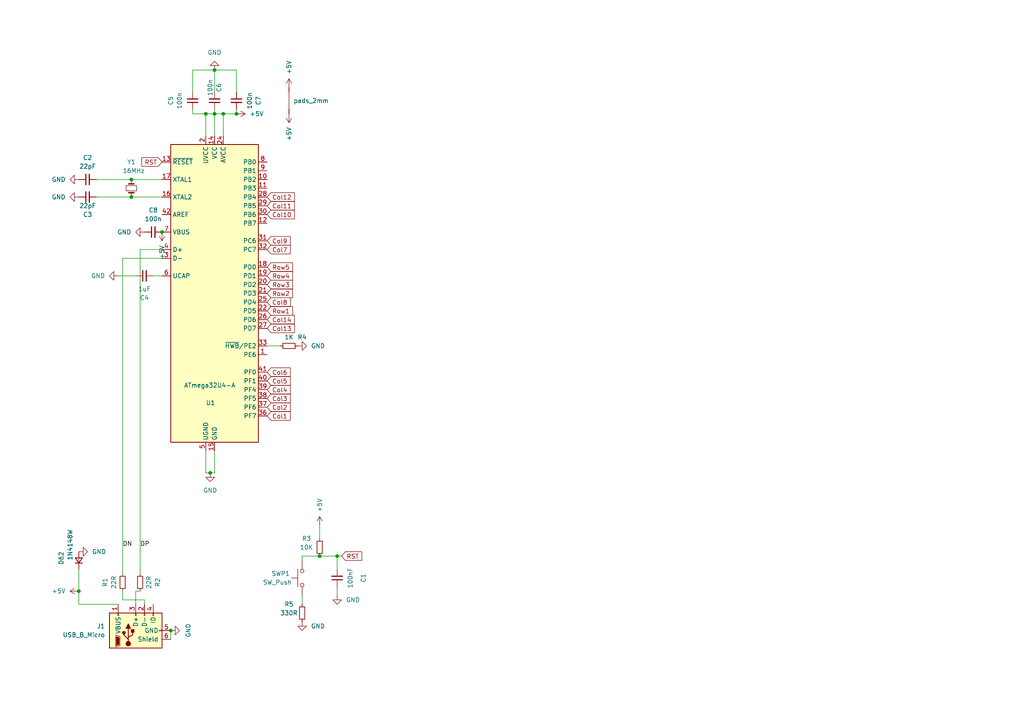
<source format=kicad_sch>
(kicad_sch (version 20211123) (generator eeschema)
  (paper "A4")
  (junction (at 467.36 91.44))
  (junction (at 538.48 55.88))
  (junction (at 97.79 161.29))
  (junction (at 410.21 45.72))
  (junction (at 586.74 91.44))
  (junction (at 481.33 81.28))
  (junction (at 612.14 91.44))
  (junction (at 361.95 81.28))
  (junction (at 506.73 116.84))
  (junction (at 603.25 81.28))
  (junction (at 22.86 171.45))
  (junction (at 38.1 52.07))
  (junction (at 433.07 81.28))
  (junction (at 467.36 127))
  (junction (at 538.48 91.44))
  (junction (at 586.74 162.56))
  (junction (at 384.81 81.28))
  (junction (at 626.11 45.72))
  (junction (at 370.84 20.32))
  (junction (at 577.85 81.28))
  (junction (at 490.22 20.32))
  (junction (at 433.07 116.84))
  (junction (at 419.1 162.56))
  (junction (at 490.22 162.56))
  (junction (at 490.22 91.44))
  (junction (at 384.81 152.4))
  (junction (at 660.4 20.32))
  (junction (at 612.14 162.56))
  (junction (at 490.22 127))
  (junction (at 410.21 152.4))
  (junction (at 612.14 127))
  (junction (at 481.33 116.84))
  (junction (at 419.1 91.44))
  (junction (at 529.59 81.28))
  (junction (at 384.81 45.72))
  (junction (at 393.7 162.56))
  (junction (at 370.84 127))
  (junction (at 490.22 55.88))
  (junction (at 603.25 116.84))
  (junction (at 506.73 81.28))
  (junction (at 586.74 127))
  (junction (at 651.51 45.72))
  (junction (at 68.58 33.02))
  (junction (at 64.77 33.02))
  (junction (at 393.7 55.88))
  (junction (at 384.81 116.84))
  (junction (at 506.73 45.72))
  (junction (at 49.53 182.88))
  (junction (at 458.47 116.84))
  (junction (at 441.96 127))
  (junction (at 441.96 20.32))
  (junction (at 612.14 20.32))
  (junction (at 467.36 20.32))
  (junction (at 393.7 127))
  (junction (at 563.88 55.88))
  (junction (at 586.74 20.32))
  (junction (at 361.95 45.72))
  (junction (at 626.11 81.28))
  (junction (at 635 91.44))
  (junction (at 577.85 45.72))
  (junction (at 529.59 116.84))
  (junction (at 361.95 116.84))
  (junction (at 554.99 116.84))
  (junction (at 538.48 20.32))
  (junction (at 554.99 45.72))
  (junction (at 433.07 45.72))
  (junction (at 59.69 33.02))
  (junction (at 529.59 45.72))
  (junction (at 410.21 116.84))
  (junction (at 651.51 81.28))
  (junction (at 410.21 81.28))
  (junction (at 60.96 137.16))
  (junction (at 62.23 20.32))
  (junction (at 515.62 91.44))
  (junction (at 441.96 91.44))
  (junction (at 635 20.32))
  (junction (at 419.1 20.32))
  (junction (at 626.11 152.4))
  (junction (at 626.11 116.84))
  (junction (at 515.62 55.88))
  (junction (at 563.88 127))
  (junction (at 361.95 152.4))
  (junction (at 92.71 161.29))
  (junction (at 467.36 55.88))
  (junction (at 538.48 127))
  (junction (at 38.1 57.15))
  (junction (at 458.47 81.28))
  (junction (at 481.33 152.4))
  (junction (at 62.23 33.02))
  (junction (at 370.84 55.88))
  (junction (at 563.88 20.32))
  (junction (at 563.88 162.56))
  (junction (at 370.84 91.44))
  (junction (at 393.7 20.32))
  (junction (at 586.74 55.88))
  (junction (at 674.37 45.72))
  (junction (at 46.99 67.31))
  (junction (at 603.25 152.4))
  (junction (at 370.84 162.56))
  (junction (at 660.4 55.88))
  (junction (at 515.62 20.32))
  (junction (at 563.88 91.44))
  (junction (at 577.85 116.84))
  (junction (at 577.85 152.4))
  (junction (at 481.33 45.72))
  (junction (at 612.14 55.88))
  (junction (at 554.99 152.4))
  (junction (at 419.1 127))
  (junction (at 458.47 45.72))
  (junction (at 441.96 55.88))
  (junction (at 515.62 127))
  (junction (at 393.7 91.44))
  (junction (at 554.99 81.28))
  (junction (at 603.25 45.72))
  (junction (at 635 55.88))
  (junction (at 419.1 55.88))
  (wire (pts (xy 586.74 162.56) (xy 586.74 173.99)))
  (wire (pts (xy 87.63 172.72) (xy 87.63 175.26)))
  (wire (pts (xy 515.62 91.44) (xy 515.62 102.87)))
  (wire (pts (xy 62.23 20.32) (xy 62.23 26.67)))
  (wire (pts (xy 419.1 55.88) (xy 441.96 55.88)))
  (wire (pts (xy 563.88 55.88) (xy 563.88 67.31)))
  (wire (pts (xy 674.37 12.7) (xy 674.37 45.72)))
  (wire (pts (xy 68.58 33.02) (xy 68.58 31.75)))
  (wire (pts (xy 41.91 173.99) (xy 35.56 173.99)))
  (wire (pts (xy 62.23 33.02) (xy 62.23 39.37)))
  (wire (pts (xy 458.47 116.84) (xy 458.47 152.4)))
  (wire (pts (xy 441.96 20.32) (xy 467.36 20.32)))
  (wire (pts (xy 22.86 175.26) (xy 22.86 171.45)))
  (wire (pts (xy 554.99 12.7) (xy 554.99 45.72)))
  (wire (pts (xy 603.25 12.7) (xy 603.25 45.72)))
  (wire (pts (xy 586.74 91.44) (xy 612.14 91.44)))
  (wire (pts (xy 441.96 127) (xy 467.36 127)))
  (wire (pts (xy 586.74 127) (xy 612.14 127)))
  (wire (pts (xy 490.22 102.87) (xy 490.22 91.44)))
  (wire (pts (xy 419.1 20.32) (xy 419.1 31.75)))
  (wire (pts (xy 577.85 116.84) (xy 577.85 152.4)))
  (wire (pts (xy 538.48 138.43) (xy 538.48 127)))
  (wire (pts (xy 490.22 162.56) (xy 563.88 162.56)))
  (wire (pts (xy 370.84 20.32) (xy 370.84 31.75)))
  (wire (pts (xy 370.84 162.56) (xy 370.84 173.99)))
  (wire (pts (xy 603.25 45.72) (xy 603.25 81.28)))
  (wire (pts (xy 683.26 67.31) (xy 683.26 55.88)))
  (wire (pts (xy 481.33 81.28) (xy 481.33 116.84)))
  (wire (pts (xy 345.44 127) (xy 370.84 127)))
  (wire (pts (xy 393.7 102.87) (xy 393.7 91.44)))
  (wire (pts (xy 370.84 55.88) (xy 393.7 55.88)))
  (wire (pts (xy 563.88 127) (xy 586.74 127)))
  (wire (pts (xy 361.95 81.28) (xy 361.95 116.84)))
  (wire (pts (xy 77.47 100.33) (xy 81.28 100.33)))
  (wire (pts (xy 345.44 20.32) (xy 370.84 20.32)))
  (wire (pts (xy 22.86 165.1) (xy 22.86 171.45)))
  (wire (pts (xy 603.25 116.84) (xy 603.25 152.4)))
  (wire (pts (xy 370.84 127) (xy 370.84 138.43)))
  (wire (pts (xy 419.1 162.56) (xy 490.22 162.56)))
  (wire (pts (xy 612.14 55.88) (xy 612.14 67.31)))
  (wire (pts (xy 554.99 81.28) (xy 554.99 116.84)))
  (wire (pts (xy 612.14 127) (xy 635 127)))
  (wire (pts (xy 651.51 12.7) (xy 651.51 45.72)))
  (wire (pts (xy 441.96 138.43) (xy 441.96 127)))
  (wire (pts (xy 419.1 162.56) (xy 419.1 173.99)))
  (wire (pts (xy 612.14 20.32) (xy 612.14 31.75)))
  (wire (pts (xy 563.88 91.44) (xy 586.74 91.44)))
  (wire (pts (xy 538.48 31.75) (xy 538.48 20.32)))
  (wire (pts (xy 660.4 20.32) (xy 660.4 31.75)))
  (wire (pts (xy 603.25 81.28) (xy 603.25 116.84)))
  (wire (pts (xy 586.74 31.75) (xy 586.74 20.32)))
  (wire (pts (xy 40.64 72.39) (xy 40.64 166.37)))
  (wire (pts (xy 410.21 152.4) (xy 410.21 187.96)))
  (wire (pts (xy 370.84 91.44) (xy 393.7 91.44)))
  (wire (pts (xy 39.37 175.26) (xy 39.37 171.45)))
  (wire (pts (xy 68.58 26.67) (xy 68.58 20.32)))
  (wire (pts (xy 87.63 162.56) (xy 87.63 161.29)))
  (wire (pts (xy 384.81 81.28) (xy 384.81 116.84)))
  (wire (pts (xy 35.56 74.93) (xy 46.99 74.93)))
  (wire (pts (xy 393.7 162.56) (xy 419.1 162.56)))
  (wire (pts (xy 419.1 55.88) (xy 419.1 67.31)))
  (wire (pts (xy 660.4 91.44) (xy 660.4 102.87)))
  (wire (pts (xy 92.71 161.29) (xy 97.79 161.29)))
  (wire (pts (xy 626.11 152.4) (xy 626.11 187.96)))
  (wire (pts (xy 35.56 173.99) (xy 35.56 171.45)))
  (wire (pts (xy 59.69 33.02) (xy 55.88 33.02)))
  (wire (pts (xy 410.21 45.72) (xy 410.21 81.28)))
  (wire (pts (xy 481.33 45.72) (xy 481.33 81.28)))
  (wire (pts (xy 370.84 91.44) (xy 370.84 102.87)))
  (wire (pts (xy 674.37 45.72) (xy 674.37 81.28)))
  (wire (pts (xy 586.74 20.32) (xy 612.14 20.32)))
  (wire (pts (xy 635 102.87) (xy 635 91.44)))
  (wire (pts (xy 361.95 45.72) (xy 361.95 81.28)))
  (wire (pts (xy 55.88 33.02) (xy 55.88 31.75)))
  (wire (pts (xy 538.48 91.44) (xy 563.88 91.44)))
  (wire (pts (xy 419.1 91.44) (xy 419.1 102.87)))
  (wire (pts (xy 92.71 152.4) (xy 92.71 156.21)))
  (wire (pts (xy 467.36 91.44) (xy 467.36 102.87)))
  (wire (pts (xy 563.88 20.32) (xy 563.88 31.75)))
  (wire (pts (xy 44.45 80.01) (xy 46.99 80.01)))
  (wire (pts (xy 635 138.43) (xy 635 127)))
  (wire (pts (xy 370.84 162.56) (xy 393.7 162.56)))
  (wire (pts (xy 41.91 175.26) (xy 41.91 173.99)))
  (wire (pts (xy 441.96 91.44) (xy 467.36 91.44)))
  (wire (pts (xy 563.88 162.56) (xy 563.88 173.99)))
  (wire (pts (xy 660.4 20.32) (xy 683.26 20.32)))
  (wire (pts (xy 62.23 137.16) (xy 60.96 137.16)))
  (wire (pts (xy 563.88 20.32) (xy 586.74 20.32)))
  (wire (pts (xy 683.26 31.75) (xy 683.26 20.32)))
  (wire (pts (xy 612.14 55.88) (xy 635 55.88)))
  (wire (pts (xy 410.21 12.7) (xy 410.21 45.72)))
  (wire (pts (xy 410.21 81.28) (xy 410.21 116.84)))
  (wire (pts (xy 586.74 67.31) (xy 586.74 55.88)))
  (wire (pts (xy 467.36 55.88) (xy 467.36 67.31)))
  (wire (pts (xy 490.22 67.31) (xy 490.22 55.88)))
  (wire (pts (xy 506.73 12.7) (xy 506.73 45.72)))
  (wire (pts (xy 345.44 55.88) (xy 370.84 55.88)))
  (wire (pts (xy 97.79 161.29) (xy 99.06 161.29)))
  (wire (pts (xy 626.11 116.84) (xy 626.11 152.4)))
  (wire (pts (xy 384.81 152.4) (xy 384.81 187.96)))
  (wire (pts (xy 481.33 12.7) (xy 481.33 45.72)))
  (wire (pts (xy 55.88 20.32) (xy 62.23 20.32)))
  (wire (pts (xy 467.36 55.88) (xy 490.22 55.88)))
  (wire (pts (xy 384.81 12.7) (xy 384.81 45.72)))
  (wire (pts (xy 660.4 55.88) (xy 683.26 55.88)))
  (wire (pts (xy 490.22 127) (xy 515.62 127)))
  (wire (pts (xy 467.36 127) (xy 467.36 138.43)))
  (wire (pts (xy 384.81 45.72) (xy 384.81 81.28)))
  (wire (pts (xy 538.48 67.31) (xy 538.48 55.88)))
  (wire (pts (xy 345.44 162.56) (xy 370.84 162.56)))
  (wire (pts (xy 467.36 91.44) (xy 490.22 91.44)))
  (wire (pts (xy 515.62 55.88) (xy 515.62 67.31)))
  (wire (pts (xy 586.74 162.56) (xy 612.14 162.56)))
  (wire (pts (xy 59.69 39.37) (xy 59.69 33.02)))
  (wire (pts (xy 538.48 20.32) (xy 563.88 20.32)))
  (wire (pts (xy 651.51 81.28) (xy 651.51 116.84)))
  (wire (pts (xy 62.23 31.75) (xy 62.23 33.02)))
  (wire (pts (xy 577.85 45.72) (xy 577.85 81.28)))
  (wire (pts (xy 635 67.31) (xy 635 55.88)))
  (wire (pts (xy 361.95 152.4) (xy 361.95 187.96)))
  (wire (pts (xy 97.79 161.29) (xy 97.79 165.1)))
  (wire (pts (xy 59.69 137.16) (xy 60.96 137.16)))
  (wire (pts (xy 586.74 55.88) (xy 612.14 55.88)))
  (wire (pts (xy 506.73 81.28) (xy 506.73 116.84)))
  (wire (pts (xy 62.23 33.02) (xy 64.77 33.02)))
  (wire (pts (xy 458.47 81.28) (xy 458.47 116.84)))
  (wire (pts (xy 49.53 182.88) (xy 49.53 185.42)))
  (wire (pts (xy 481.33 152.4) (xy 481.33 187.96)))
  (wire (pts (xy 62.23 130.81) (xy 62.23 137.16)))
  (wire (pts (xy 612.14 162.56) (xy 612.14 173.99)))
  (wire (pts (xy 635 91.44) (xy 660.4 91.44)))
  (wire (pts (xy 393.7 55.88) (xy 419.1 55.88)))
  (wire (pts (xy 490.22 91.44) (xy 515.62 91.44)))
  (wire (pts (xy 490.22 55.88) (xy 515.62 55.88)))
  (wire (pts (xy 563.88 162.56) (xy 586.74 162.56)))
  (wire (pts (xy 490.22 31.75) (xy 490.22 20.32)))
  (wire (pts (xy 586.74 102.87) (xy 586.74 91.44)))
  (wire (pts (xy 64.77 33.02) (xy 68.58 33.02)))
  (wire (pts (xy 370.84 127) (xy 393.7 127)))
  (wire (pts (xy 467.36 20.32) (xy 490.22 20.32)))
  (wire (pts (xy 458.47 12.7) (xy 458.47 45.72)))
  (wire (pts (xy 490.22 162.56) (xy 490.22 173.99)))
  (wire (pts (xy 27.94 57.15) (xy 38.1 57.15)))
  (wire (pts (xy 515.62 127) (xy 515.62 138.43)))
  (wire (pts (xy 612.14 91.44) (xy 612.14 102.87)))
  (wire (pts (xy 529.59 12.7) (xy 529.59 45.72)))
  (wire (pts (xy 59.69 33.02) (xy 62.23 33.02)))
  (wire (pts (xy 635 20.32) (xy 660.4 20.32)))
  (wire (pts (xy 393.7 31.75) (xy 393.7 20.32)))
  (wire (pts (xy 554.99 116.84) (xy 554.99 152.4)))
  (wire (pts (xy 635 31.75) (xy 635 20.32)))
  (wire (pts (xy 626.11 45.72) (xy 626.11 81.28)))
  (wire (pts (xy 419.1 20.32) (xy 441.96 20.32)))
  (wire (pts (xy 612.14 91.44) (xy 635 91.44)))
  (wire (pts (xy 490.22 138.43) (xy 490.22 127)))
  (wire (pts (xy 563.88 55.88) (xy 586.74 55.88)))
  (wire (pts (xy 577.85 81.28) (xy 577.85 116.84)))
  (wire (pts (xy 59.69 130.81) (xy 59.69 137.16)))
  (wire (pts (xy 393.7 91.44) (xy 419.1 91.44)))
  (wire (pts (xy 393.7 20.32) (xy 419.1 20.32)))
  (wire (pts (xy 441.96 31.75) (xy 441.96 20.32)))
  (wire (pts (xy 529.59 45.72) (xy 529.59 81.28)))
  (wire (pts (xy 97.79 170.18) (xy 97.79 172.72)))
  (wire (pts (xy 393.7 67.31) (xy 393.7 55.88)))
  (wire (pts (xy 433.07 81.28) (xy 433.07 116.84)))
  (wire (pts (xy 612.14 20.32) (xy 635 20.32)))
  (wire (pts (xy 651.51 45.72) (xy 651.51 81.28)))
  (wire (pts (xy 361.95 116.84) (xy 361.95 152.4)))
  (wire (pts (xy 361.95 12.7) (xy 361.95 45.72)))
  (wire (pts (xy 393.7 127) (xy 419.1 127)))
  (wire (pts (xy 626.11 12.7) (xy 626.11 45.72)))
  (wire (pts (xy 55.88 26.67) (xy 55.88 20.32)))
  (wire (pts (xy 481.33 116.84) (xy 481.33 152.4)))
  (wire (pts (xy 393.7 162.56) (xy 393.7 173.99)))
  (wire (pts (xy 529.59 116.84) (xy 529.59 152.4)))
  (wire (pts (xy 635 55.88) (xy 660.4 55.88)))
  (wire (pts (xy 612.14 162.56) (xy 635 162.56)))
  (wire (pts (xy 441.96 67.31) (xy 441.96 55.88)))
  (wire (pts (xy 345.44 91.44) (xy 370.84 91.44)))
  (wire (pts (xy 538.48 102.87) (xy 538.48 91.44)))
  (wire (pts (xy 68.58 20.32) (xy 62.23 20.32)))
  (wire (pts (xy 506.73 116.84) (xy 506.73 152.4)))
  (wire (pts (xy 419.1 127) (xy 419.1 138.43)))
  (wire (pts (xy 433.07 45.72) (xy 433.07 81.28)))
  (wire (pts (xy 490.22 20.32) (xy 515.62 20.32)))
  (wire (pts (xy 603.25 152.4) (xy 603.25 187.96)))
  (wire (pts (xy 506.73 45.72) (xy 506.73 81.28)))
  (wire (pts (xy 39.37 171.45) (xy 40.64 171.45)))
  (wire (pts (xy 626.11 81.28) (xy 626.11 116.84)))
  (wire (pts (xy 554.99 45.72) (xy 554.99 81.28)))
  (wire (pts (xy 515.62 55.88) (xy 538.48 55.88)))
  (wire (pts (xy 467.36 127) (xy 490.22 127)))
  (wire (pts (xy 515.62 20.32) (xy 515.62 31.75)))
  (wire (pts (xy 370.84 55.88) (xy 370.84 67.31)))
  (wire (pts (xy 538.48 127) (xy 563.88 127)))
  (wire (pts (xy 563.88 91.44) (xy 563.88 102.87)))
  (wire (pts (xy 529.59 81.28) (xy 529.59 116.84)))
  (wire (pts (xy 419.1 127) (xy 441.96 127)))
  (wire (pts (xy 64.77 39.37) (xy 64.77 33.02)))
  (wire (pts (xy 635 162.56) (xy 635 173.99)))
  (wire (pts (xy 515.62 127) (xy 538.48 127)))
  (wire (pts (xy 87.63 161.29) (xy 92.71 161.29)))
  (wire (pts (xy 612.14 127) (xy 612.14 138.43)))
  (wire (pts (xy 515.62 91.44) (xy 538.48 91.44)))
  (wire (pts (xy 577.85 152.4) (xy 577.85 187.96)))
  (wire (pts (xy 40.64 72.39) (xy 46.99 72.39)))
  (wire (pts (xy 38.1 52.07) (xy 46.99 52.07)))
  (wire (pts (xy 35.56 74.93) (xy 35.56 166.37)))
  (wire (pts (xy 515.62 20.32) (xy 538.48 20.32)))
  (wire (pts (xy 419.1 91.44) (xy 441.96 91.44)))
  (wire (pts (xy 563.88 127) (xy 563.88 138.43)))
  (wire (pts (xy 441.96 102.87) (xy 441.96 91.44)))
  (wire (pts (xy 458.47 45.72) (xy 458.47 81.28)))
  (wire (pts (xy 538.48 55.88) (xy 563.88 55.88)))
  (wire (pts (xy 433.07 116.84) (xy 433.07 152.4)))
  (wire (pts (xy 660.4 55.88) (xy 660.4 67.31)))
  (wire (pts (xy 554.99 152.4) (xy 554.99 187.96)))
  (wire (pts (xy 433.07 12.7) (xy 433.07 45.72)))
  (wire (pts (xy 34.29 175.26) (xy 22.86 175.26)))
  (wire (pts (xy 393.7 138.43) (xy 393.7 127)))
  (wire (pts (xy 27.94 52.07) (xy 38.1 52.07)))
  (wire (pts (xy 467.36 20.32) (xy 467.36 31.75)))
  (wire (pts (xy 586.74 138.43) (xy 586.74 127)))
  (wire (pts (xy 34.29 80.01) (xy 39.37 80.01)))
  (wire (pts (xy 38.1 57.15) (xy 46.99 57.15)))
  (wire (pts (xy 370.84 20.32) (xy 393.7 20.32)))
  (wire (pts (xy 384.81 116.84) (xy 384.81 152.4)))
  (wire (pts (xy 441.96 55.88) (xy 467.36 55.88)))
  (wire (pts (xy 410.21 116.84) (xy 410.21 152.4)))
  (wire (pts (xy 577.85 12.7) (xy 577.85 45.72)))
  (label "DP" (at 40.64 158.75 0))
  (label "DN" (at 35.56 158.75 0))
  (global_label "Col11" (shape input) (at 603.25 12.7 90) (property "Intersheet References" "${INTERSHEET_REFS}" (effects hide)))
  (global_label "Col5" (shape input) (at 458.47 12.7 90) (property "Intersheet References" "${INTERSHEET_REFS}" (effects hide)))
  (global_label "Col9" (shape input) (at 554.99 12.7 90) (property "Intersheet References" "${INTERSHEET_REFS}" (effects hide)))
  (global_label "Col11" (shape input) (at 77.47 59.69 0) (property "Intersheet References" "${INTERSHEET_REFS}" (effects hide)))
  (global_label "Col8" (shape input) (at 77.47 87.63 0) (property "Intersheet References" "${INTERSHEET_REFS}" (effects hide)))
  (global_label "Col2" (shape input) (at 384.81 12.7 90) (property "Intersheet References" "${INTERSHEET_REFS}" (effects hide)))
  (global_label "Col4" (shape input) (at 433.07 12.7 90) (property "Intersheet References" "${INTERSHEET_REFS}" (effects hide)))
  (global_label "Col10" (shape input) (at 77.47 62.23 0) (property "Intersheet References" "${INTERSHEET_REFS}" (effects hide)))
  (global_label "Col13" (shape input) (at 77.47 95.25 0) (property "Intersheet References" "${INTERSHEET_REFS}" (effects hide)))
  (global_label "Row3" (shape input) (at 345.44 91.44 180) (property "Intersheet References" "${INTERSHEET_REFS}" (effects hide)))
  (global_label "Col12" (shape input) (at 626.11 12.7 90) (property "Intersheet References" "${INTERSHEET_REFS}" (effects hide)))
  (global_label "Col10" (shape input) (at 577.85 12.7 90) (property "Intersheet References" "${INTERSHEET_REFS}" (effects hide)))
  (global_label "Col9" (shape input) (at 77.47 69.85 0) (property "Intersheet References" "${INTERSHEET_REFS}" (effects hide)))
  (global_label "Row1" (shape input) (at 77.47 90.17 0) (property "Intersheet References" "${INTERSHEET_REFS}" (effects hide)))
  (global_label "Row2" (shape input) (at 77.47 85.09 0) (property "Intersheet References" "${INTERSHEET_REFS}" (effects hide)))
  (global_label "Col6" (shape input) (at 77.47 107.95 0) (property "Intersheet References" "${INTERSHEET_REFS}" (effects hide)))
  (global_label "Col4" (shape input) (at 77.47 113.03 0) (property "Intersheet References" "${INTERSHEET_REFS}" (effects hide)))
  (global_label "Col3" (shape input) (at 77.47 115.57 0) (property "Intersheet References" "${INTERSHEET_REFS}" (effects hide)))
  (global_label "Row4" (shape input) (at 345.44 127 180) (property "Intersheet References" "${INTERSHEET_REFS}" (effects hide)))
  (global_label "Col12" (shape input) (at 77.47 57.15 0) (property "Intersheet References" "${INTERSHEET_REFS}" (effects hide)))
  (global_label "Col7" (shape input) (at 77.47 72.39 0) (property "Intersheet References" "${INTERSHEET_REFS}" (effects hide)))
  (global_label "Col2" (shape input) (at 77.47 118.11 0) (property "Intersheet References" "${INTERSHEET_REFS}" (effects hide)))
  (global_label "Col1" (shape input) (at 361.95 12.7 90) (property "Intersheet References" "${INTERSHEET_REFS}" (effects hide)))
  (global_label "Col6" (shape input) (at 481.33 12.7 90) (property "Intersheet References" "${INTERSHEET_REFS}" (effects hide)))
  (global_label "Col5" (shape input) (at 77.47 110.49 0) (property "Intersheet References" "${INTERSHEET_REFS}" (effects hide)))
  (global_label "Row4" (shape input) (at 77.47 80.01 0) (property "Intersheet References" "${INTERSHEET_REFS}" (effects hide)))
  (global_label "RST" (shape input) (at 99.06 161.29 0) (property "Intersheet References" "${INTERSHEET_REFS}" (effects hide)))
  (global_label "Row1" (shape input) (at 345.44 20.32 180) (property "Intersheet References" "${INTERSHEET_REFS}" (effects hide)))
  (global_label "Col3" (shape input) (at 410.21 12.7 90) (property "Intersheet References" "${INTERSHEET_REFS}" (effects hide)))
  (global_label "Col14" (shape input) (at 674.37 12.7 90) (property "Intersheet References" "${INTERSHEET_REFS}" (effects hide)))
  (global_label "Col13" (shape input) (at 651.51 12.7 90) (property "Intersheet References" "${INTERSHEET_REFS}" (effects hide)))
  (global_label "Row2" (shape input) (at 345.44 55.88 180) (property "Intersheet References" "${INTERSHEET_REFS}" (effects hide)))
  (global_label "RST" (shape input) (at 46.99 46.99 180) (property "Intersheet References" "${INTERSHEET_REFS}" (effects hide)))
  (global_label "Col14" (shape input) (at 77.47 92.71 0) (property "Intersheet References" "${INTERSHEET_REFS}" (effects hide)))
  (global_label "Col1" (shape input) (at 77.47 120.65 0) (property "Intersheet References" "${INTERSHEET_REFS}" (effects hide)))
  (global_label "Row5" (shape input) (at 345.44 162.56 180) (property "Intersheet References" "${INTERSHEET_REFS}" (effects hide)))
  (global_label "Row5" (shape input) (at 77.47 77.47 0) (property "Intersheet References" "${INTERSHEET_REFS}" (effects hide)))
  (global_label "Row3" (shape input) (at 77.47 82.55 0) (property "Intersheet References" "${INTERSHEET_REFS}" (effects hide)))
  (global_label "Col7" (shape input) (at 506.73 12.7 90) (property "Intersheet References" "${INTERSHEET_REFS}" (effects hide)))
  (global_label "Col8" (shape input) (at 529.59 12.7 90) (property "Intersheet References" "${INTERSHEET_REFS}" (effects hide)))
  (symbol (lib_id "Device:C_Small") (at 62.23 29.21 180) (unit 1)
    (property "Reference" "C6" (at 63.5 25.4 90))
    (property "Value" "100n" (at 60.96 25.4 90))
    (property "Footprint" "Capacitor_SMD:C_0805_2012Metric_Pad1.18x1.45mm_HandSolder" (effects hide))
  )
  (symbol (lib_id "Device:D_Small") (at 635 105.41 270) (unit 1)
    (property "Reference" "D51" (at 640.08 104.14 0) (effects (justify left)))
    (property "Value" "1N4148W" (at 637.54 100.33 0) (effects (justify left)))
    (property "Footprint" "Diode_SMD:D_SOD-123" (effects hide))
  )
  (symbol (lib_id "power:+5V") (at 68.58 33.02 270) (unit 1)
    (property "Reference" "#PWR0103" (effects hide))
    (property "Value" "+5V" (at 72.39 33.0201 90) (effects (justify left)))
  )
  (symbol (lib_id "acheronSymbols:MXSwitch") (at 563.88 45.72 0) (unit 1)
    (property "Reference" "SW37" (at 561.34 44.45 0) (effects (justify left)))
    (property "Value" "8" (at 561.34 46.99 0) (effects (font (size 3 3)) (justify left)))
    (property "Footprint" "acheron_MX:MX100" (effects hide))
  )
  (symbol (lib_id "MCU_Microchip_ATmega:ATmega32U4-A") (at 62.23 85.09 0) (unit 1)
    (property "Reference" "U1" (at 59.69 116.84 0) (effects (justify left)))
    (property "Value" "ATmega32U4-A" (at 53.34 111.76 0) (effects (justify left)))
    (property "Footprint" "ATmega32U4:ATmega32U4" (effects hide))
    (property "Datasheet" "http://ww1.microchip.com/downloads/en/DeviceDoc/Atmel-7766-8-bit-AVR-ATmega16U4-32U4_Datasheet.pdf" (effects hide))
  )
  (symbol (lib_id "power:+5V") (at 46.99 67.31 180) (unit 1)
    (property "Reference" "#PWR08" (effects hide))
    (property "Value" "+5V" (at 46.9899 71.12 90) (effects (justify left)))
  )
  (symbol (lib_id "Device:D_Small") (at 660.4 69.85 270) (unit 1)
    (property "Reference" "D54" (at 665.48 68.58 0) (effects (justify left)))
    (property "Value" "1N4148W" (at 662.94 64.77 0) (effects (justify left)))
    (property "Footprint" "Diode_SMD:D_SOD-123" (effects hide))
  )
  (symbol (lib_id "Device:R_Small") (at 83.82 100.33 90) (unit 1)
    (property "Reference" "R4" (at 87.63 97.79 90))
    (property "Value" "1K" (at 83.82 97.79 90))
    (property "Footprint" "Resistor_SMD:R_1206_3216Metric_Pad1.30x1.75mm_HandSolder" (effects hide))
  )
  (symbol (lib_id "acheronSymbols:MXSwitch") (at 635 187.96 0) (unit 1)
    (property "Reference" "SW61" (at 632.46 186.69 0) (effects (justify left)))
    (property "Value" "CTRL" (at 631.19 190.5 0) (effects (font (size 1.5 1.5)) (justify left)))
    (property "Footprint" "acheron_MX:MX125" (effects hide))
  )
  (symbol (lib_id "acheronSymbols:MXSwitch") (at 515.62 116.84 0) (unit 1)
    (property "Reference" "SW31" (at 513.08 115.57 0) (effects (justify left)))
    (property "Value" "H" (at 513.08 118.11 0) (effects (font (size 3 3)) (justify left)))
    (property "Footprint" "acheron_MX:MX100" (effects hide))
  )
  (symbol (lib_id "Device:D_Small") (at 563.88 176.53 270) (unit 1)
    (property "Reference" "D58" (at 568.96 175.26 0) (effects (justify left)))
    (property "Value" "1N4148W" (at 566.42 171.45 0) (effects (justify left)))
    (property "Footprint" "Diode_SMD:D_SOD-123" (effects hide))
  )
  (symbol (lib_id "Device:D_Small") (at 490.22 34.29 270) (unit 1)
    (property "Reference" "D24" (at 495.3 33.02 0) (effects (justify left)))
    (property "Value" "1N4148W" (at 492.76 30.48 0) (effects (justify left)))
    (property "Footprint" "Diode_SMD:D_SOD-123" (effects hide))
  )
  (symbol (lib_id "acheronSymbols:MXSwitch") (at 490.22 81.28 0) (unit 1)
    (property "Reference" "SW25" (at 487.68 80.01 0) (effects (justify left)))
    (property "Value" "T" (at 487.68 82.55 0) (effects (font (size 3 3)) (justify left)))
    (property "Footprint" "acheron_MX:MX100" (effects hide))
  )
  (symbol (lib_id "acheronSymbols:MXSwitch") (at 515.62 81.28 0) (unit 1)
    (property "Reference" "SW30" (at 513.08 80.01 0) (effects (justify left)))
    (property "Value" "Y" (at 513.08 82.55 0) (effects (font (size 3 3)) (justify left)))
    (property "Footprint" "acheron_MX:MX100" (effects hide))
  )
  (symbol (lib_id "Device:C_Small") (at 41.91 80.01 90) (unit 1)
    (property "Reference" "C4" (at 41.91 86.36 90))
    (property "Value" "1uF" (at 41.91 83.82 90))
    (property "Footprint" "Capacitor_SMD:C_0805_2012Metric_Pad1.18x1.45mm_HandSolder" (effects hide))
  )
  (symbol (lib_id "acheronSymbols:MXSwitch") (at 612.14 152.4 0) (unit 1)
    (property "Reference" "SW48" (at 609.6 151.13 0) (effects (justify left)))
    (property "Value" "?" (at 609.6 153.67 0) (effects (font (size 3 3)) (justify left)))
    (property "Footprint" "acheron_MX:MX100" (effects hide))
  )
  (symbol (lib_id "acheronSymbols:MXSwitch") (at 538.48 116.84 0) (unit 1)
    (property "Reference" "SW35" (at 535.94 115.57 0) (effects (justify left)))
    (property "Value" "J" (at 535.94 118.11 0) (effects (font (size 3 3)) (justify left)))
    (property "Footprint" "acheron_MX:MX100" (effects hide))
  )
  (symbol (lib_id "Device:D_Small") (at 419.1 69.85 270) (unit 1)
    (property "Reference" "D13" (at 424.18 68.58 0) (effects (justify left)))
    (property "Value" "1N4148W" (at 421.64 64.77 0) (effects (justify left)))
    (property "Footprint" "Diode_SMD:D_SOD-123" (effects hide))
  )
  (symbol (lib_id "acheronSymbols:MXSwitch") (at 393.7 81.28 0) (unit 1)
    (property "Reference" "SW9" (at 391.16 80.01 0) (effects (justify left)))
    (property "Value" "Q" (at 392.43 83.82 0) (effects (font (size 3 3)) (justify left)))
    (property "Footprint" "acheron_MX:MX100" (effects hide))
  )
  (symbol (lib_id "acheronSymbols:MXSwitch") (at 490.22 45.72 0) (unit 1)
    (property "Reference" "SW24" (at 487.68 44.45 0) (effects (justify left)))
    (property "Value" "5" (at 487.68 46.99 0) (effects (font (size 3 3)) (justify left)))
    (property "Footprint" "acheron_MX:MX100" (effects hide))
  )
  (symbol (lib_id "Device:C_Small") (at 68.58 29.21 0) (unit 1)
    (property "Reference" "C7" (at 74.93 29.21 90))
    (property "Value" "100n" (at 72.39 29.21 90))
    (property "Footprint" "Capacitor_SMD:C_0805_2012Metric_Pad1.18x1.45mm_HandSolder" (effects hide))
  )
  (symbol (lib_id "power:+5V") (at 83.82 25.4 0) (unit 1)
    (property "Reference" "#PWR0107" (effects hide))
    (property "Value" "+5V" (at 83.8201 21.59 90) (effects (justify left)))
  )
  (symbol (lib_id "Device:D_Small") (at 370.84 105.41 270) (unit 1)
    (property "Reference" "D6" (at 375.92 104.14 0) (effects (justify left)))
    (property "Value" "1N4148W" (at 373.38 100.33 0) (effects (justify left)))
    (property "Footprint" "Diode_SMD:D_SOD-123" (effects hide))
  )
  (symbol (lib_id "Device:D_Small") (at 660.4 105.41 270) (unit 1)
    (property "Reference" "D55" (at 665.48 104.14 0) (effects (justify left)))
    (property "Value" "1N4148W" (at 662.94 100.33 0) (effects (justify left)))
    (property "Footprint" "Diode_SMD:D_SOD-123" (effects hide))
  )
  (symbol (lib_id "acheronSymbols:MXSwitch") (at 538.48 152.4 0) (unit 1)
    (property "Reference" "SW36" (at 535.94 151.13 0) (effects (justify left)))
    (property "Value" "M" (at 535.94 153.67 0) (effects (font (size 3 3)) (justify left)))
    (property "Footprint" "acheron_MX:MX100" (effects hide))
  )
  (symbol (lib_id "Device:D_Small") (at 515.62 69.85 270) (unit 1)
    (property "Reference" "D30" (at 520.7 68.58 0) (effects (justify left)))
    (property "Value" "1N4148W" (at 518.16 64.77 0) (effects (justify left)))
    (property "Footprint" "Diode_SMD:D_SOD-123" (effects hide))
  )
  (symbol (lib_id "acheronSymbols:MXSwitch") (at 683.26 81.28 0) (unit 1)
    (property "Reference" "SW57" (at 680.72 80.01 0) (effects (justify left)))
    (property "Value" "\\_1.5" (at 678.18 83.82 0) (effects (font (size 3 3)) (justify left)))
    (property "Footprint" "acheron_MX:MX150" (effects hide))
  )
  (symbol (lib_id "Device:D_Small") (at 586.74 176.53 270) (unit 1)
    (property "Reference" "D59" (at 591.82 175.26 0) (effects (justify left)))
    (property "Value" "1N4148W" (at 589.28 171.45 0) (effects (justify left)))
    (property "Footprint" "Diode_SMD:D_SOD-123" (effects hide))
  )
  (symbol (lib_id "Device:D_Small") (at 490.22 105.41 270) (unit 1)
    (property "Reference" "D26" (at 495.3 104.14 0) (effects (justify left)))
    (property "Value" "1N4148W" (at 492.76 101.6 0) (effects (justify left)))
    (property "Footprint" "Diode_SMD:D_SOD-123" (effects hide))
  )
  (symbol (lib_id "Device:D_Small") (at 515.62 140.97 270) (unit 1)
    (property "Reference" "D32" (at 520.7 139.7 0) (effects (justify left)))
    (property "Value" "1N4148W" (at 518.16 135.89 0) (effects (justify left)))
    (property "Footprint" "Diode_SMD:D_SOD-123" (effects hide))
  )
  (symbol (lib_id "acheronSymbols:MXSwitch") (at 441.96 81.28 0) (unit 1)
    (property "Reference" "SW17" (at 439.42 80.01 0) (effects (justify left)))
    (property "Value" "E" (at 441.96 82.55 0) (effects (font (size 3 3))))
    (property "Footprint" "acheron_MX:MX100" (effects hide))
  )
  (symbol (lib_id "acheronSymbols:MXSwitch") (at 490.22 116.84 0) (unit 1)
    (property "Reference" "SW26" (at 487.68 115.57 0) (effects (justify left)))
    (property "Value" "G" (at 487.68 118.11 0) (effects (font (size 3 3)) (justify left)))
    (property "Footprint" "acheron_MX:MX100" (effects hide))
  )
  (symbol (lib_id "acheronSymbols:MXSwitch") (at 441.96 116.84 0) (unit 1)
    (property "Reference" "SW18" (at 439.42 115.57 0) (effects (justify left)))
    (property "Value" "D" (at 441.96 118.11 0) (effects (font (size 3 3))))
    (property "Footprint" "acheron_MX:MX100" (effects hide))
  )
  (symbol (lib_id "Device:D_Small") (at 393.7 176.53 270) (unit 1)
    (property "Reference" "D12" (at 398.78 175.26 0) (effects (justify left)))
    (property "Value" "1N4148W" (at 396.24 171.45 0) (effects (justify left)))
    (property "Footprint" "Diode_SMD:D_SOD-123" (effects hide))
  )
  (symbol (lib_id "acheronSymbols:MXSwitch") (at 419.1 81.28 0) (unit 1)
    (property "Reference" "SW13" (at 416.56 80.01 0) (effects (justify left)))
    (property "Value" "W" (at 417.83 83.82 0) (effects (font (size 3 3)) (justify left)))
    (property "Footprint" "acheron_MX:MX100" (effects hide))
  )
  (symbol (lib_id "Device:D_Small") (at 660.4 34.29 270) (unit 1)
    (property "Reference" "D53" (at 665.48 33.02 0) (effects (justify left)))
    (property "Value" "1N4148W" (at 662.94 29.21 0) (effects (justify left)))
    (property "Footprint" "Diode_SMD:D_SOD-123" (effects hide))
  )
  (symbol (lib_id "Device:D_Small") (at 683.26 34.29 270) (unit 1)
    (property "Reference" "D56" (at 688.34 33.02 0) (effects (justify left)))
    (property "Value" "1N4148W" (at 685.8 30.48 0) (effects (justify left)))
    (property "Footprint" "Diode_SMD:D_SOD-123" (effects hide))
  )
  (symbol (lib_id "Device:D_Small") (at 467.36 34.29 270) (unit 1)
    (property "Reference" "D20" (at 472.44 33.02 0) (effects (justify left)))
    (property "Value" "1N4148W" (at 469.9 29.21 0) (effects (justify left)))
    (property "Footprint" "Diode_SMD:D_SOD-123" (effects hide))
  )
  (symbol (lib_id "Device:C_Small") (at 97.79 167.64 180) (unit 1)
    (property "Reference" "C1" (at 105.41 167.64 90))
    (property "Value" "100nF" (at 101.6 167.64 90))
    (property "Footprint" "Capacitor_SMD:C_0805_2012Metric_Pad1.18x1.45mm_HandSolder" (effects hide))
  )
  (symbol (lib_id "acheronSymbols:MXSwitch") (at 393.7 187.96 0) (unit 1)
    (property "Reference" "SW12" (at 391.16 186.69 0) (effects (justify left)))
    (property "Value" "WIN" (at 389.89 190.5 0) (effects (font (size 1.5 1.5)) (justify left)))
    (property "Footprint" "acheron_MX:MX125" (effects hide))
  )
  (symbol (lib_id "Device:D_Small") (at 635 69.85 270) (unit 1)
    (property "Reference" "D50" (at 640.08 68.58 0) (effects (justify left)))
    (property "Value" "1N4148W" (at 637.54 64.77 0) (effects (justify left)))
    (property "Footprint" "Diode_SMD:D_SOD-123" (effects hide))
  )
  (symbol (lib_id "acheronSymbols:MXSwitch") (at 563.88 152.4 0) (unit 1)
    (property "Reference" "SW40" (at 561.34 151.13 0) (effects (justify left)))
    (property "Value" "<" (at 561.34 153.67 0) (effects (font (size 3 3)) (justify left)))
    (property "Footprint" "acheron_MX:MX100" (effects hide))
  )
  (symbol (lib_id "Device:D_Small") (at 586.74 34.29 270) (unit 1)
    (property "Reference" "D41" (at 591.82 33.02 0) (effects (justify left)))
    (property "Value" "1N4148W" (at 589.28 30.48 0) (effects (justify left)))
    (property "Footprint" "Diode_SMD:D_SOD-123" (effects hide))
  )
  (symbol (lib_id "acheronSymbols:MXSwitch") (at 441.96 45.72 0) (unit 1)
    (property "Reference" "SW4" (at 439.42 44.45 0) (effects (justify left)))
    (property "Value" "3" (at 441.96 46.99 0) (effects (font (size 3 3))))
    (property "Footprint" "acheron_MX:MX100" (effects hide))
  )
  (symbol (lib_id "acheronSymbols:MXSwitch") (at 538.48 45.72 0) (unit 1)
    (property "Reference" "SW33" (at 535.94 44.45 0) (effects (justify left)))
    (property "Value" "7" (at 535.94 46.99 0) (effects (font (size 3 3)) (justify left)))
    (property "Footprint" "acheron_MX:MX100" (effects hide))
  )
  (symbol (lib_id "Device:D_Small") (at 515.62 34.29 270) (unit 1)
    (property "Reference" "D29" (at 520.7 33.02 0) (effects (justify left)))
    (property "Value" "1N4148W" (at 518.16 29.21 0) (effects (justify left)))
    (property "Footprint" "Diode_SMD:D_SOD-123" (effects hide))
  )
  (symbol (lib_id "acheronSymbols:MXSwitch") (at 635 81.28 0) (unit 1)
    (property "Reference" "SW50" (at 632.46 80.01 0) (effects (justify left)))
    (property "Value" "{" (at 632.46 82.55 0) (effects (font (size 3 3)) (justify left)))
    (property "Footprint" "acheron_MX:MX100" (effects hide))
  )
  (symbol (lib_id "Device:R_Small") (at 35.56 168.91 180) (unit 1)
    (property "Reference" "R1" (at 30.48 168.91 90))
    (property "Value" "22R" (at 33.02 168.91 90))
    (property "Footprint" "Resistor_SMD:R_1206_3216Metric_Pad1.30x1.75mm_HandSolder" (effects hide))
  )
  (symbol (lib_id "acheronSymbols:MXSwitch") (at 586.74 116.84 0) (unit 1)
    (property "Reference" "SW43" (at 584.2 115.57 0) (effects (justify left)))
    (property "Value" "L" (at 584.2 118.11 0) (effects (font (size 3 3)) (justify left)))
    (property "Footprint" "acheron_MX:MX100" (effects hide))
  )
  (symbol (lib_id "Device:D_Small") (at 419.1 176.53 270) (unit 1)
    (property "Reference" "D16" (at 424.18 175.26 0) (effects (justify left)))
    (property "Value" "1N4148W" (at 421.64 171.45 0) (effects (justify left)))
    (property "Footprint" "Diode_SMD:D_SOD-123" (effects hide))
  )
  (symbol (lib_id "Device:D_Small") (at 612.14 69.85 270) (unit 1)
    (property "Reference" "D46" (at 617.22 68.58 0) (effects (justify left)))
    (property "Value" "1N4148W" (at 614.68 64.77 0) (effects (justify left)))
    (property "Footprint" "Diode_SMD:D_SOD-123" (effects hide))
  )
  (symbol (lib_id "Device:D_Small") (at 393.7 105.41 270) (unit 1)
    (property "Reference" "D10" (at 398.78 104.14 0) (effects (justify left)))
    (property "Value" "1N4148W" (at 396.24 101.6 0) (effects (justify left)))
    (property "Footprint" "Diode_SMD:D_SOD-123" (effects hide))
  )
  (symbol (lib_id "Device:D_Small") (at 490.22 140.97 270) (unit 1)
    (property "Reference" "D27" (at 495.3 139.7 0) (effects (justify left)))
    (property "Value" "1N4148W" (at 492.76 137.16 0) (effects (justify left)))
    (property "Footprint" "Diode_SMD:D_SOD-123" (effects hide))
  )
  (symbol (lib_id "acheronSymbols:MXSwitch") (at 586.74 152.4 0) (unit 1)
    (property "Reference" "SW44" (at 584.2 151.13 0) (effects (justify left)))
    (property "Value" ">" (at 584.2 153.67 0) (effects (font (size 3 3)) (justify left)))
    (property "Footprint" "acheron_MX:MX100" (effects hide))
  )
  (symbol (lib_id "Device:D_Small") (at 419.1 140.97 270) (unit 1)
    (property "Reference" "D15" (at 424.18 139.7 0) (effects (justify left)))
    (property "Value" "1N4148W" (at 421.64 135.89 0) (effects (justify left)))
    (property "Footprint" "Diode_SMD:D_SOD-123" (effects hide))
  )
  (symbol (lib_id "Connector:USB_B_Micro") (at 39.37 182.88 90) (unit 1)
    (property "Reference" "J1" (at 30.48 181.6099 90) (effects (justify left)))
    (property "Value" "USB_B_Micro" (at 30.48 184.1499 90) (effects (justify left)))
    (property "Footprint" "Connector_USB:USB_Micro-B_Wuerth_629105150521_CircularHoles" (effects hide))
  )
  (symbol (lib_id "acheronSymbols:MXSwitch") (at 393.7 45.72 0) (unit 1)
    (property "Reference" "SW2" (at 391.16 44.45 0) (effects (justify left)))
    (property "Value" "1" (at 392.43 48.26 0) (effects (font (size 3 3)) (justify left)))
    (property "Footprint" "acheron_MX:MX100" (effects hide))
  )
  (symbol (lib_id "Device:D_Small") (at 586.74 105.41 270) (unit 1)
    (property "Reference" "D43" (at 591.82 104.14 0) (effects (justify left)))
    (property "Value" "1N4148W" (at 589.28 101.6 0) (effects (justify left)))
    (property "Footprint" "Diode_SMD:D_SOD-123" (effects hide))
  )
  (symbol (lib_id "power:GND") (at 22.86 57.15 270) (unit 1)
    (property "Reference" "#PWR06" (effects hide))
    (property "Value" "GND" (at 19.05 57.1499 90) (effects (justify right)))
  )
  (symbol (lib_id "acheronSymbols:MXSwitch") (at 563.88 116.84 0) (unit 1)
    (property "Reference" "SW39" (at 561.34 115.57 0) (effects (justify left)))
    (property "Value" "K" (at 561.34 118.11 0) (effects (font (size 3 3)) (justify left)))
    (property "Footprint" "acheron_MX:MX100" (effects hide))
  )
  (symbol (lib_id "acheronSymbols:MXSwitch") (at 467.36 152.4 0) (unit 1)
    (property "Reference" "SW23" (at 464.82 151.13 0) (effects (justify left)))
    (property "Value" "V" (at 464.82 153.67 0) (effects (font (size 3 3)) (justify left)))
    (property "Footprint" "acheron_MX:MX100" (effects hide))
  )
  (symbol (lib_id "Device:D_Small") (at 419.1 105.41 270) (unit 1)
    (property "Reference" "D14" (at 424.18 104.14 0) (effects (justify left)))
    (property "Value" "1N4148W" (at 421.64 100.33 0) (effects (justify left)))
    (property "Footprint" "Diode_SMD:D_SOD-123" (effects hide))
  )
  (symbol (lib_id "acheronSymbols:MXSwitch") (at 370.84 45.72 0) (unit 1)
    (property "Reference" "SW1" (at 368.3 44.45 0) (effects (justify left)))
    (property "Value" "`" (at 367.03 55.88 0) (effects (font (size 15 15)) (justify left)))
    (property "Footprint" "acheron_MX:MX100" (effects hide))
  )
  (symbol (lib_id "power:GND") (at 41.91 67.31 270) (unit 1)
    (property "Reference" "#PWR0105" (effects hide))
    (property "Value" "GND" (at 38.1 67.3099 90) (effects (justify right)))
  )
  (symbol (lib_id "acheronSymbols:MXSwitch") (at 467.36 81.28 0) (unit 1)
    (property "Reference" "SW21" (at 464.82 80.01 0) (effects (justify left)))
    (property "Value" "R" (at 464.82 82.55 0) (effects (font (size 3 3)) (justify left)))
    (property "Footprint" "acheron_MX:MX100" (effects hide))
  )
  (symbol (lib_id "power:GND") (at 86.36 100.33 90) (unit 1)
    (property "Reference" "#PWR011" (effects hide))
    (property "Value" "GND" (at 90.17 100.3299 90) (effects (justify right)))
  )
  (symbol (lib_id "acheronSymbols:MXSwitch") (at 419.1 187.96 0) (unit 1)
    (property "Reference" "SW16" (at 416.56 186.69 0) (effects (justify left)))
    (property "Value" "ALT" (at 415.29 190.5 0) (effects (font (size 1.5 1.5)) (justify left)))
    (property "Footprint" "acheron_MX:MX125" (effects hide))
  )
  (symbol (lib_id "Device:D_Small") (at 441.96 69.85 270) (unit 1)
    (property "Reference" "D17" (at 447.04 68.58 0) (effects (justify left)))
    (property "Value" "1N4148W" (at 444.5 66.04 0) (effects (justify left)))
    (property "Footprint" "Diode_SMD:D_SOD-123" (effects hide))
  )
  (symbol (lib_id "acheronSymbols:MXSwitch") (at 660.4 81.28 0) (unit 1)
    (property "Reference" "SW54" (at 657.86 80.01 0) (effects (justify left)))
    (property "Value" "}" (at 657.86 82.55 0) (effects (font (size 3 3)) (justify left)))
    (property "Footprint" "acheron_MX:MX100" (effects hide))
  )
  (symbol (lib_id "acheronSymbols:MXSwitch") (at 635 45.72 0) (unit 1)
    (property "Reference" "SW49" (at 632.46 44.45 0) (effects (justify left)))
    (property "Value" "-" (at 632.46 46.99 0) (effects (font (size 3 3)) (justify left)))
    (property "Footprint" "acheron_MX:MX100" (effects hide))
  )
  (symbol (lib_id "power:GND") (at 22.86 52.07 270) (unit 1)
    (property "Reference" "#PWR05" (effects hide))
    (property "Value" "GND" (at 19.05 52.0699 90) (effects (justify right)))
  )
  (symbol (lib_id "Device:D_Small") (at 467.36 69.85 270) (unit 1)
    (property "Reference" "D21" (at 472.44 68.58 0) (effects (justify left)))
    (property "Value" "1N4148W" (at 469.9 64.77 0) (effects (justify left)))
    (property "Footprint" "Diode_SMD:D_SOD-123" (effects hide))
  )
  (symbol (lib_id "acheronSymbols:MXSwitch") (at 612.14 187.96 0) (unit 1)
    (property "Reference" "SW60" (at 609.6 186.69 0) (effects (justify left)))
    (property "Value" "MENU" (at 608.33 190.5 0) (effects (font (size 1.5 1.5)) (justify left)))
    (property "Footprint" "acheron_MX:MX125" (effects hide))
  )
  (symbol (lib_id "Device:D_Small") (at 635 140.97 270) (unit 1)
    (property "Reference" "D52" (at 640.08 139.7 0) (effects (justify left)))
    (property "Value" "1N4148W" (at 637.54 135.89 0) (effects (justify left)))
    (property "Footprint" "Diode_SMD:D_SOD-123" (effects hide))
  )
  (symbol (lib_id "acheronSymbols:MXSwitch") (at 538.48 81.28 0) (unit 1)
    (property "Reference" "SW34" (at 535.94 80.01 0) (effects (justify left)))
    (property "Value" "U" (at 535.94 82.55 0) (effects (font (size 3 3)) (justify left)))
    (property "Footprint" "acheron_MX:MX100" (effects hide))
  )
  (symbol (lib_id "Device:D_Small") (at 393.7 69.85 270) (unit 1)
    (property "Reference" "D9" (at 398.78 68.58 0) (effects (justify left)))
    (property "Value" "1N4148W" (at 396.24 66.04 0) (effects (justify left)))
    (property "Footprint" "Diode_SMD:D_SOD-123" (effects hide))
  )
  (symbol (lib_id "acheronSymbols:MXSwitch") (at 612.14 81.28 0) (unit 1)
    (property "Reference" "SW46" (at 609.6 80.01 0) (effects (justify left)))
    (property "Value" "P" (at 609.6 82.55 0) (effects (font (size 3 3)) (justify left)))
    (property "Footprint" "acheron_MX:MX100" (effects hide))
  )
  (symbol (lib_id "Device:D_Small") (at 612.14 140.97 270) (unit 1)
    (property "Reference" "D48" (at 617.22 139.7 0) (effects (justify left)))
    (property "Value" "1N4148W" (at 614.68 135.89 0) (effects (justify left)))
    (property "Footprint" "Diode_SMD:D_SOD-123" (effects hide))
  )
  (symbol (lib_id "Device:D_Small") (at 563.88 69.85 270) (unit 1)
    (property "Reference" "D38" (at 568.96 68.58 0) (effects (justify left)))
    (property "Value" "1N4148W" (at 566.42 64.77 0) (effects (justify left)))
    (property "Footprint" "Diode_SMD:D_SOD-123" (effects hide))
  )
  (symbol (lib_id "Device:D_Small") (at 612.14 176.53 270) (unit 1)
    (property "Reference" "D60" (at 617.22 175.26 0) (effects (justify left)))
    (property "Value" "1N4148W" (at 614.68 171.45 0) (effects (justify left)))
    (property "Footprint" "Diode_SMD:D_SOD-123" (effects hide))
  )
  (symbol (lib_id "Device:D_Small") (at 490.22 69.85 270) (unit 1)
    (property "Reference" "D25" (at 495.3 68.58 0) (effects (justify left)))
    (property "Value" "1N4148W" (at 492.76 66.04 0) (effects (justify left)))
    (property "Footprint" "Diode_SMD:D_SOD-123" (effects hide))
  )
  (symbol (lib_id "acheronSymbols:MXSwitch") (at 467.36 116.84 0) (unit 1)
    (property "Reference" "SW22" (at 464.82 115.57 0) (effects (justify left)))
    (property "Value" "F" (at 464.82 118.11 0) (effects (font (size 3 3)) (justify left)))
    (property "Footprint" "acheron_MX:MX100" (effects hide))
  )
  (symbol (lib_id "Device:D_Small") (at 515.62 105.41 270) (unit 1)
    (property "Reference" "D31" (at 520.7 104.14 0) (effects (justify left)))
    (property "Value" "1N4148W" (at 518.16 100.33 0) (effects (justify left)))
    (property "Footprint" "Diode_SMD:D_SOD-123" (effects hide))
  )
  (symbol (lib_id "Device:D_Small") (at 563.88 34.29 270) (unit 1)
    (property "Reference" "D37" (at 568.96 33.02 0) (effects (justify left)))
    (property "Value" "1N4148W" (at 566.42 29.21 0) (effects (justify left)))
    (property "Footprint" "Diode_SMD:D_SOD-123" (effects hide))
  )
  (symbol (lib_id "acheronSymbols:MXSwitch") (at 612.14 45.72 0) (unit 1)
    (property "Reference" "SW45" (at 609.6 44.45 0) (effects (justify left)))
    (property "Value" "0" (at 609.6 46.99 0) (effects (font (size 3 3)) (justify left)))
    (property "Footprint" "acheron_MX:MX100" (effects hide))
  )
  (symbol (lib_id "Device:D_Small") (at 370.84 69.85 270) (unit 1)
    (property "Reference" "D5" (at 375.92 68.58 0) (effects (justify left)))
    (property "Value" "1N4148W" (at 373.38 64.77 0) (effects (justify left)))
    (property "Footprint" "Diode_SMD:D_SOD-123" (effects hide))
  )
  (symbol (lib_id "Device:R_Small") (at 40.64 168.91 180) (unit 1)
    (property "Reference" "R2" (at 45.72 168.91 90))
    (property "Value" "22R" (at 43.18 168.91 90))
    (property "Footprint" "Resistor_SMD:R_1206_3216Metric_Pad1.30x1.75mm_HandSolder" (effects hide))
  )
  (symbol (lib_id "acheronSymbols:MXSwitch") (at 419.1 152.4 0) (unit 1)
    (property "Reference" "SW15" (at 416.56 151.13 0) (effects (justify left)))
    (property "Value" "X" (at 417.83 154.94 0) (effects (font (size 3 3)) (justify left)))
    (property "Footprint" "acheron_MX:MX100" (effects hide))
  )
  (symbol (lib_id "Device:D_Small") (at 538.48 105.41 270) (unit 1)
    (property "Reference" "D35" (at 543.56 104.14 0) (effects (justify left)))
    (property "Value" "1N4148W" (at 541.02 101.6 0) (effects (justify left)))
    (property "Footprint" "Diode_SMD:D_SOD-123" (effects hide))
  )
  (symbol (lib_id "acheronSymbols:MXSwitch") (at 515.62 45.72 0) (unit 1)
    (property "Reference" "SW29" (at 513.08 44.45 0) (effects (justify left)))
    (property "Value" "6" (at 513.08 46.99 0) (effects (font (size 3 3)) (justify left)))
    (property "Footprint" "acheron_MX:MX100" (effects hide))
  )
  (symbol (lib_id "Device:D_Small") (at 563.88 140.97 270) (unit 1)
    (property "Reference" "D40" (at 568.96 139.7 0) (effects (justify left)))
    (property "Value" "1N4148W" (at 566.42 135.89 0) (effects (justify left)))
    (property "Footprint" "Diode_SMD:D_SOD-123" (effects hide))
  )
  (symbol (lib_id "acheronSymbols:MXSwitch") (at 563.88 81.28 0) (unit 1)
    (property "Reference" "SW38" (at 561.34 80.01 0) (effects (justify left)))
    (property "Value" "I" (at 561.34 82.55 0) (effects (font (size 3 3)) (justify left)))
    (property "Footprint" "acheron_MX:MX100" (effects hide))
  )
  (symbol (lib_id "power:+5V") (at 83.82 33.02 180) (unit 1)
    (property "Reference" "#PWR010" (effects hide))
    (property "Value" "+5V" (at 83.8199 36.83 90) (effects (justify left)))
  )
  (symbol (lib_id "Device:D_Small") (at 22.86 162.56 90) (unit 1)
    (property "Reference" "D62" (at 17.78 163.83 0) (effects (justify left)))
    (property "Value" "1N4148W" (at 20.32 162.56 0) (effects (justify left)))
    (property "Footprint" "Diode_SMD:D_SOD-123" (effects hide))
  )
  (symbol (lib_id "power:GND") (at 62.23 20.32 180) (unit 1)
    (property "Reference" "#PWR0104" (effects hide))
    (property "Value" "GND" (at 62.23 15.24 0))
  )
  (symbol (lib_id "Switch:SW_Push") (at 87.63 167.64 90) (unit 1)
    (property "Reference" "SWP1" (at 78.74 166.37 90) (effects (justify right)))
    (property "Value" "SW_Push" (at 76.2 168.91 90) (effects (justify right)))
    (property "Footprint" "acheron_Hardware:K2-1187SQ-A4SW-06" (effects hide))
  )
  (symbol (lib_id "power:+5V") (at 22.86 171.45 90) (unit 1)
    (property "Reference" "#PWR02" (effects hide))
    (property "Value" "+5V" (at 19.05 171.4499 90) (effects (justify left)))
  )
  (symbol (lib_id "power:GND") (at 49.53 182.88 90) (unit 1)
    (property "Reference" "#PWR01" (effects hide))
    (property "Value" "GND" (at 54.61 182.88 0))
  )
  (symbol (lib_id "acheronSymbols:MXSwitch") (at 419.1 116.84 0) (unit 1)
    (property "Reference" "SW14" (at 416.56 115.57 0) (effects (justify left)))
    (property "Value" "S" (at 417.83 119.38 0) (effects (font (size 3 3)) (justify left)))
    (property "Footprint" "acheron_MX:MX100" (effects hide))
  )
  (symbol (lib_id "Device:C_Small") (at 44.45 67.31 90) (unit 1)
    (property "Reference" "C8" (at 44.45 60.96 90))
    (property "Value" "100n" (at 44.45 63.5 90))
    (property "Footprint" "Capacitor_SMD:C_0805_2012Metric_Pad1.18x1.45mm_HandSolder" (effects hide))
  )
  (symbol (lib_id "Device:D_Small") (at 467.36 105.41 270) (unit 1)
    (property "Reference" "D22" (at 472.44 104.14 0) (effects (justify left)))
    (property "Value" "1N4148W" (at 469.9 100.33 0) (effects (justify left)))
    (property "Footprint" "Diode_SMD:D_SOD-123" (effects hide))
  )
  (symbol (lib_id "power:GND") (at 34.29 80.01 270) (unit 1)
    (property "Reference" "#PWR07" (effects hide))
    (property "Value" "GND" (at 30.48 80.0099 90) (effects (justify right)))
  )
  (symbol (lib_id "Connector:pads_2mm") (at 83.82 29.21 0) (unit 1)
    (property "Reference" "p1" (effects hide))
    (property "Value" "pads_2mm" (at 85.09 29.2099 0) (effects (justify left)))
    (property "Footprint" "MyElements:pad-2mm" (effects hide))
  )
  (symbol (lib_id "Device:C_Small") (at 25.4 57.15 90) (unit 1)
    (property "Reference" "C3" (at 25.4 62.23 90))
    (property "Value" "22pF" (at 25.4 59.69 90))
    (property "Footprint" "Capacitor_SMD:C_0805_2012Metric_Pad1.18x1.45mm_HandSolder" (effects hide))
  )
  (symbol (lib_id "Device:D_Small") (at 370.84 34.29 270) (unit 1)
    (property "Reference" "D1" (at 375.92 33.02 0) (effects (justify left)))
    (property "Value" "1N4148W" (at 373.38 29.21 0) (effects (justify left)))
    (property "Footprint" "Diode_SMD:D_SOD-123" (effects hide))
  )
  (symbol (lib_id "Device:Crystal_Small") (at 38.1 54.61 270) (unit 1)
    (property "Reference" "Y1" (at 36.83 46.99 90) (effects (justify left)))
    (property "Value" "16MHz" (at 35.56 49.53 90) (effects (justify left)))
    (property "Footprint" "Crystal:Crystal_SMD_5032-2Pin_5.0x3.2mm_HandSoldering" (effects hide))
  )
  (symbol (lib_id "acheronSymbols:MXSwitch") (at 370.84 187.96 0) (unit 1)
    (property "Reference" "SW8" (at 368.3 186.69 0) (effects (justify left)))
    (property "Value" "CTRL" (at 367.03 190.5 0) (effects (font (size 1.5 1.5)) (justify left)))
    (property "Footprint" "acheron_MX:MX125" (effects hide))
  )
  (symbol (lib_id "acheronSymbols:MXSwitch") (at 612.14 116.84 0) (unit 1)
    (property "Reference" "SW47" (at 609.6 115.57 0) (effects (justify left)))
    (property "Value" ":" (at 609.6 118.11 0) (effects (font (size 3 3)) (justify left)))
    (property "Footprint" "acheron_MX:MX100" (effects hide))
  )
  (symbol (lib_id "Device:D_Small") (at 612.14 34.29 270) (unit 1)
    (property "Reference" "D45" (at 617.22 33.02 0) (effects (justify left)))
    (property "Value" "1N4148W" (at 614.68 29.21 0) (effects (justify left)))
    (property "Footprint" "Diode_SMD:D_SOD-123" (effects hide))
  )
  (symbol (lib_id "Device:C_Small") (at 55.88 29.21 180) (unit 1)
    (property "Reference" "C5" (at 49.53 29.21 90))
    (property "Value" "100n" (at 52.07 29.21 90))
    (property "Footprint" "Capacitor_SMD:C_0805_2012Metric_Pad1.18x1.45mm_HandSolder" (effects hide))
  )
  (symbol (lib_id "acheronSymbols:MXSwitch") (at 635 116.84 0) (unit 1)
    (property "Reference" "SW51" (at 632.46 115.57 0) (effects (justify left)))
    (property "Value" "\"" (at 633.73 119.38 0) (effects (font (size 3 3)) (justify left)))
    (property "Footprint" "acheron_MX:MX100" (effects hide))
  )
  (symbol (lib_id "Device:D_Small") (at 441.96 105.41 270) (unit 1)
    (property "Reference" "D18" (at 447.04 104.14 0) (effects (justify left)))
    (property "Value" "1N4148W" (at 444.5 101.6 0) (effects (justify left)))
    (property "Footprint" "Diode_SMD:D_SOD-123" (effects hide))
  )
  (symbol (lib_id "Device:R_Small") (at 92.71 158.75 180) (unit 1)
    (property "Reference" "R3" (at 88.9 156.21 0))
    (property "Value" "10K" (at 88.9 158.75 0))
    (property "Footprint" "Resistor_SMD:R_1206_3216Metric_Pad1.30x1.75mm_HandSolder" (effects hide))
  )
  (symbol (lib_id "acheronSymbols:MXSwitch") (at 490.22 187.96 0) (unit 1)
    (property "Reference" "SW28" (at 487.68 186.69 0) (effects (justify left)))
    (property "Value" "SPACE_3.75" (at 486.41 190.5 0) (effects (font (size 1.5 1.5)) (justify left)))
    (property "Footprint" "acheron_MX:MX625" (effects hide))
  )
  (symbol (lib_id "acheronSymbols:MXSwitch") (at 563.88 187.96 0) (unit 1)
    (property "Reference" "SW58" (at 561.34 186.69 0) (effects (justify left)))
    (property "Value" "ALT" (at 560.07 190.5 0) (effects (font (size 1.5 1.5)) (justify left)))
    (property "Footprint" "acheron_MX:MX125" (effects hide))
  )
  (symbol (lib_id "acheronSymbols:MXSwitch") (at 515.62 152.4 0) (unit 1)
    (property "Reference" "SW32" (at 513.08 151.13 0) (effects (justify left)))
    (property "Value" "N" (at 513.08 153.67 0) (effects (font (size 3 3)) (justify left)))
    (property "Footprint" "acheron_MX:MX100" (effects hide))
  )
  (symbol (lib_id "power:GND") (at 87.63 180.34 0) (unit 1)
    (property "Reference" "#PWR03" (effects hide))
    (property "Value" "GND" (at 90.17 181.6099 0) (effects (justify left)))
  )
  (symbol (lib_id "Device:D_Small") (at 370.84 140.97 270) (unit 1)
    (property "Reference" "D7" (at 375.92 139.7 0) (effects (justify left)))
    (property "Value" "1N4148W" (at 373.38 135.89 0) (effects (justify left)))
    (property "Footprint" "Diode_SMD:D_SOD-123" (effects hide))
  )
  (symbol (lib_id "Device:D_Small") (at 467.36 140.97 270) (unit 1)
    (property "Reference" "D23" (at 472.44 139.7 0) (effects (justify left)))
    (property "Value" "1N4148W" (at 469.9 135.89 0) (effects (justify left)))
    (property "Footprint" "Diode_SMD:D_SOD-123" (effects hide))
  )
  (symbol (lib_id "Device:D_Small") (at 586.74 140.97 270) (unit 1)
    (property "Reference" "D44" (at 591.82 139.7 0) (effects (justify left)))
    (property "Value" "1N4148W" (at 589.28 137.16 0) (effects (justify left)))
    (property "Footprint" "Diode_SMD:D_SOD-123" (effects hide))
  )
  (symbol (lib_id "Device:D_Small") (at 538.48 140.97 270) (unit 1)
    (property "Reference" "D36" (at 543.56 139.7 0) (effects (justify left)))
    (property "Value" "1N4148W" (at 541.02 137.16 0) (effects (justify left)))
    (property "Footprint" "Diode_SMD:D_SOD-123" (effects hide))
  )
  (symbol (lib_id "acheronSymbols:MXSwitch") (at 660.4 45.72 0) (unit 1)
    (property "Reference" "SW53" (at 657.86 44.45 0) (effects (justify left)))
    (property "Value" "=" (at 657.86 46.99 0) (effects (font (size 3 3)) (justify left)))
    (property "Footprint" "acheron_MX:MX100" (effects hide))
  )
  (symbol (lib_id "Device:D_Small") (at 538.48 69.85 270) (unit 1)
    (property "Reference" "D34" (at 543.56 68.58 0) (effects (justify left)))
    (property "Value" "1N4148W" (at 541.02 66.04 0) (effects (justify left)))
    (property "Footprint" "Diode_SMD:D_SOD-123" (effects hide))
  )
  (symbol (lib_id "acheronSymbols:MXSwitch") (at 635 152.4 0) (unit 1)
    (property "Reference" "SW52" (at 632.46 151.13 0) (effects (justify left)))
    (property "Value" "SHIFT_2.75" (at 628.65 154.94 0) (effects (font (size 1.5 1.5)) (justify left)))
    (property "Footprint" "acheron_MX:MX275" (effects hide))
  )
  (symbol (lib_id "Device:D_Small") (at 635 34.29 270) (unit 1)
    (property "Reference" "D49" (at 640.08 33.02 0) (effects (justify left)))
    (property "Value" "1N4148W" (at 637.54 29.21 0) (effects (justify left)))
    (property "Footprint" "Diode_SMD:D_SOD-123" (effects hide))
  )
  (symbol (lib_id "Device:D_Small") (at 563.88 105.41 270) (unit 1)
    (property "Reference" "D39" (at 568.96 104.14 0) (effects (justify left)))
    (property "Value" "1N4148W" (at 566.42 100.33 0) (effects (justify left)))
    (property "Footprint" "Diode_SMD:D_SOD-123" (effects hide))
  )
  (symbol (lib_id "Device:C_Small") (at 25.4 52.07 90) (unit 1)
    (property "Reference" "C2" (at 25.4 45.72 90))
    (property "Value" "22pF" (at 25.4 48.26 90))
    (property "Footprint" "Capacitor_SMD:C_0805_2012Metric_Pad1.18x1.45mm_HandSolder" (effects hide))
  )
  (symbol (lib_id "acheronSymbols:MXSwitch") (at 393.7 152.4 0) (unit 1)
    (property "Reference" "SW11" (at 391.16 151.13 0) (effects (justify left)))
    (property "Value" "Z" (at 392.43 154.94 0) (effects (font (size 3 3)) (justify left)))
    (property "Footprint" "acheron_MX:MX100" (effects hide))
  )
  (symbol (lib_id "acheronSymbols:MXSwitch") (at 370.84 116.84 0) (unit 1)
    (property "Reference" "SW6" (at 368.3 115.57 0) (effects (justify left)))
    (property "Value" "CAPS_1.75" (at 364.49 119.38 0) (effects (font (size 1.5 1.5)) (justify left)))
    (property "Footprint" "acheron_MX:MX175" (effects hide))
  )
  (symbol (lib_id "acheronSymbols:MXSwitch") (at 660.4 116.84 0) (unit 1)
    (property "Reference" "SW55" (at 657.86 115.57 0) (effects (justify left)))
    (property "Value" "ENTER_2.25" (at 655.32 119.38 0) (effects (font (size 1 1)) (justify left)))
    (property "Footprint" "acheron_MX:MX225" (effects hide))
  )
  (symbol (lib_id "Device:D_Small") (at 370.84 176.53 270) (unit 1)
    (property "Reference" "D8" (at 375.92 175.26 0) (effects (justify left)))
    (property "Value" "1N4148W" (at 373.38 171.45 0) (effects (justify left)))
    (property "Footprint" "Diode_SMD:D_SOD-123" (effects hide))
  )
  (symbol (lib_id "acheronSymbols:MXSwitch") (at 393.7 116.84 0) (unit 1)
    (property "Reference" "SW10" (at 391.16 115.57 0) (effects (justify left)))
    (property "Value" "A" (at 392.43 119.38 0) (effects (font (size 3 3)) (justify left)))
    (property "Footprint" "acheron_MX:MX100" (effects hide))
  )
  (symbol (lib_id "power:+5V") (at 92.71 152.4 0) (unit 1)
    (property "Reference" "#PWR04" (effects hide))
    (property "Value" "+5V" (at 92.7101 148.59 90) (effects (justify left)))
  )
  (symbol (lib_id "power:GND") (at 22.86 160.02 90) (unit 1)
    (property "Reference" "#PWR0102" (effects hide))
    (property "Value" "GND" (at 26.67 160.0199 90) (effects (justify right)))
  )
  (symbol (lib_id "power:GND") (at 60.96 137.16 0) (unit 1)
    (property "Reference" "#PWR09" (effects hide))
    (property "Value" "GND" (at 60.96 142.24 0))
  )
  (symbol (lib_id "acheronSymbols:MXSwitch") (at 370.84 81.28 0) (unit 1)
    (property "Reference" "SW5" (at 368.3 80.01 0) (effects (justify left)))
    (property "Value" "Tab_1.5" (at 364.49 83.82 0) (effects (font (size 2 2)) (justify left)))
    (property "Footprint" "acheron_MX:MX150" (effects hide))
  )
  (symbol (lib_id "Device:D_Small") (at 393.7 34.29 270) (unit 1)
    (property "Reference" "D2" (at 398.78 33.02 0) (effects (justify left)))
    (property "Value" "1N4148W" (at 396.24 30.48 0) (effects (justify left)))
    (property "Footprint" "Diode_SMD:D_SOD-123" (effects hide))
  )
  (symbol (lib_id "acheronSymbols:MXSwitch") (at 490.22 152.4 0) (unit 1)
    (property "Reference" "SW27" (at 487.68 151.13 0) (effects (justify left)))
    (property "Value" "B" (at 487.68 153.67 0) (effects (font (size 3 3)) (justify left)))
    (property "Footprint" "acheron_MX:MX100" (effects hide))
  )
  (symbol (lib_id "Device:D_Small") (at 635 176.53 270) (unit 1)
    (property "Reference" "D61" (at 640.08 175.26 0) (effects (justify left)))
    (property "Value" "1N4148W" (at 637.54 171.45 0) (effects (justify left)))
    (property "Footprint" "Diode_SMD:D_SOD-123" (effects hide))
  )
  (symbol (lib_id "Device:D_Small") (at 490.22 176.53 270) (unit 1)
    (property "Reference" "D28" (at 495.3 175.26 0) (effects (justify left)))
    (property "Value" "1N4148W" (at 492.76 171.45 0) (effects (justify left)))
    (property "Footprint" "Diode_SMD:D_SOD-123" (effects hide))
  )
  (symbol (lib_id "Device:D_Small") (at 612.14 105.41 270) (unit 1)
    (property "Reference" "D47" (at 617.22 104.14 0) (effects (justify left)))
    (property "Value" "1N4148W" (at 614.68 100.33 0) (effects (justify left)))
    (property "Footprint" "Diode_SMD:D_SOD-123" (effects hide))
  )
  (symbol (lib_id "acheronSymbols:MXSwitch") (at 370.84 152.4 0) (unit 1)
    (property "Reference" "SW7" (at 368.3 151.13 0) (effects (justify left)))
    (property "Value" "SHIFT_2.25" (at 364.49 154.94 0) (effects (font (size 1.5 1.5)) (justify left)))
    (property "Footprint" "acheron_MX:MX225" (effects hide))
  )
  (symbol (lib_id "acheronSymbols:MXSwitch") (at 586.74 81.28 0) (unit 1)
    (property "Reference" "SW42" (at 584.2 80.01 0) (effects (justify left)))
    (property "Value" "O" (at 584.2 82.55 0) (effects (font (size 3 3)) (justify left)))
    (property "Footprint" "acheron_MX:MX100" (effects hide))
  )
  (symbol (lib_id "acheronSymbols:MXSwitch") (at 586.74 45.72 0) (unit 1)
    (property "Reference" "SW41" (at 584.2 44.45 0) (effects (justify left)))
    (property "Value" "9" (at 584.2 46.99 0) (effects (font (size 3 3)) (justify left)))
    (property "Footprint" "acheron_MX:MX100" (effects hide))
  )
  (symbol (lib_id "Device:R_Small") (at 87.63 177.8 180) (unit 1)
    (property "Reference" "R5" (at 83.82 175.26 0))
    (property "Value" "330R" (at 83.82 177.8 0))
    (property "Footprint" "Resistor_SMD:R_1206_3216Metric_Pad1.30x1.75mm_HandSolder" (effects hide))
  )
  (symbol (lib_id "acheronSymbols:MXSwitch") (at 419.1 45.72 0) (unit 1)
    (property "Reference" "SW3" (at 416.56 44.45 0) (effects (justify left)))
    (property "Value" "2" (at 417.83 48.26 0) (effects (font (size 3 3)) (justify left)))
    (property "Footprint" "acheron_MX:MX100" (effects hide))
  )
  (symbol (lib_id "Device:D_Small") (at 441.96 34.29 270) (unit 1)
    (property "Reference" "D4" (at 447.04 33.02 0) (effects (justify left)))
    (property "Value" "1N4148W" (at 444.5 30.48 0) (effects (justify left)))
    (property "Footprint" "Diode_SMD:D_SOD-123" (effects hide))
  )
  (symbol (lib_id "Device:D_Small") (at 683.26 69.85 270) (unit 1)
    (property "Reference" "D57" (at 688.34 68.58 0) (effects (justify left)))
    (property "Value" "1N4148W" (at 685.8 66.04 0) (effects (justify left)))
    (property "Footprint" "Diode_SMD:D_SOD-123" (effects hide))
  )
  (symbol (lib_id "acheronSymbols:MXSwitch") (at 586.74 187.96 0) (unit 1)
    (property "Reference" "SW59" (at 584.2 186.69 0) (effects (justify left)))
    (property "Value" "WIN" (at 582.93 190.5 0) (effects (font (size 1.5 1.5)) (justify left)))
    (property "Footprint" "acheron_MX:MX125" (effects hide))
  )
  (symbol (lib_id "acheronSymbols:MXSwitch") (at 683.26 45.72 0) (unit 1)
    (property "Reference" "SW56" (at 680.72 44.45 0) (effects (justify left)))
    (property "Value" "Backspace_2" (at 679.45 46.99 0) (effects (font (size 1 1)) (justify left)))
    (property "Footprint" "acheron_MX:MX200" (effects hide))
  )
  (symbol (lib_id "Device:D_Small") (at 586.74 69.85 270) (unit 1)
    (property "Reference" "D42" (at 591.82 68.58 0) (effects (justify left)))
    (property "Value" "1N4148W" (at 589.28 66.04 0) (effects (justify left)))
    (property "Footprint" "Diode_SMD:D_SOD-123" (effects hide))
  )
  (symbol (lib_id "power:GND") (at 97.79 172.72 0) (unit 1)
    (property "Reference" "#PWR0101" (effects hide))
    (property "Value" "GND" (at 100.33 173.9899 0) (effects (justify left)))
  )
  (symbol (lib_id "acheronSymbols:MXSwitch") (at 441.96 152.4 0) (unit 1)
    (property "Reference" "SW19" (at 439.42 151.13 0) (effects (justify left)))
    (property "Value" "C" (at 441.96 153.67 0) (effects (font (size 3 3))))
    (property "Footprint" "acheron_MX:MX100" (effects hide))
  )
  (symbol (lib_id "Device:D_Small") (at 393.7 140.97 270) (unit 1)
    (property "Reference" "D11" (at 398.78 139.7 0) (effects (justify left)))
    (property "Value" "1N4148W" (at 396.24 137.16 0) (effects (justify left)))
    (property "Footprint" "Diode_SMD:D_SOD-123" (effects hide))
  )
  (symbol (lib_id "Device:D_Small") (at 538.48 34.29 270) (unit 1)
    (property "Reference" "D33" (at 543.56 33.02 0) (effects (justify left)))
    (property "Value" "1N4148W" (at 541.02 30.48 0) (effects (justify left)))
    (property "Footprint" "Diode_SMD:D_SOD-123" (effects hide))
  )
  (symbol (lib_id "Device:D_Small") (at 419.1 34.29 270) (unit 1)
    (property "Reference" "D3" (at 424.18 33.02 0) (effects (justify left)))
    (property "Value" "1N4148W" (at 421.64 29.21 0) (effects (justify left)))
    (property "Footprint" "Diode_SMD:D_SOD-123" (effects hide))
  )
  (symbol (lib_id "Device:D_Small") (at 441.96 140.97 270) (unit 1)
    (property "Reference" "D19" (at 447.04 139.7 0) (effects (justify left)))
    (property "Value" "1N4148W" (at 444.5 137.16 0) (effects (justify left)))
    (property "Footprint" "Diode_SMD:D_SOD-123" (effects hide))
  )
  (symbol (lib_id "acheronSymbols:MXSwitch") (at 467.36 45.72 0) (unit 1)
    (property "Reference" "SW20" (at 464.82 44.45 0) (effects (justify left)))
    (property "Value" "4" (at 464.82 46.99 0) (effects (font (size 3 3)) (justify left)))
    (property "Footprint" "acheron_MX:MX100" (effects hide))
  )
)
</source>
